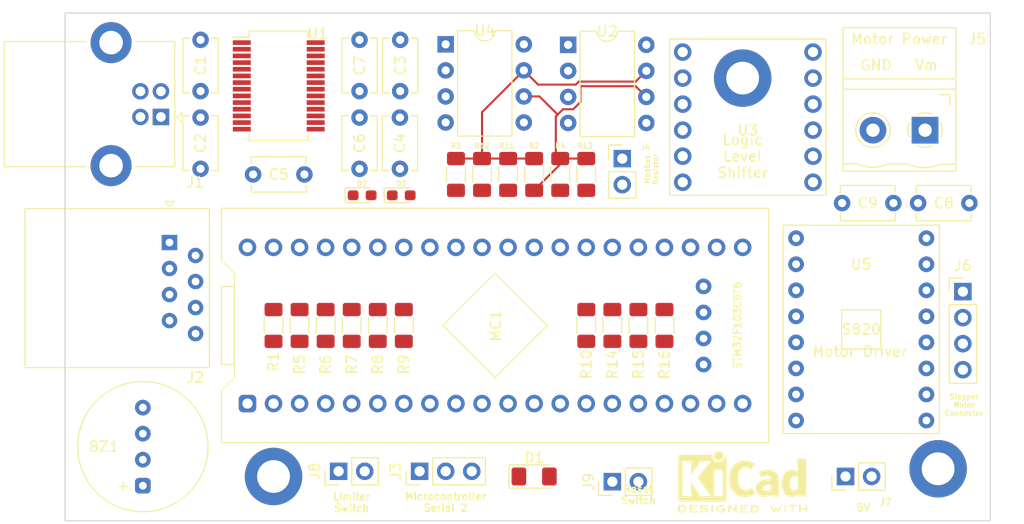
<source format=kicad_pcb>
(kicad_pcb (version 20211014) (generator pcbnew)
  (title_block (title "Regulus Electronic Focuser V1") (company "Radmilo Felix 2022"))
  (layers (0 "F.Cu" signal) (31 "B.Cu" signal) (34 "B.Paste" user) (35 "F.Paste" user) (36 "B.SilkS" user "B.Silkscreen") (37 "F.SilkS" user "F.Silkscreen") (38 "B.Mask" user) (39 "F.Mask" user) (44 "Edge.Cuts" user))
  (net 0 "")
  (net 1 "/Buzzer")
  (net 2 "GND")
  (net 3 "/5V")
  (net 4 "Net-(C3-Pad1)")
  (net 5 "Net-(C4-Pad1)")
  (net 6 "Net-(C5-Pad1)")
  (net 7 "Net-(D1-Pad1)")
  (net 8 "Net-(D2-Pad1)")
  (net 9 "Net-(D2-Pad2)")
  (net 10 "Net-(D3-Pad1)")
  (net 11 "Net-(D3-Pad2)")
  (net 12 "/MODBUS-")
  (net 13 "/MODBUS+")
  (net 14 "/SDA-2")
  (net 15 "/SCL-2")
  (net 16 "/3V3")
  (net 17 "/EncClk")
  (net 18 "/EncDt")
  (net 19 "/EncSw")
  (net 20 "/TX1")
  (net 21 "/RX1")
  (net 22 "Net-(J4-Pad2)")
  (net 23 "/LimiterSwitch")
  (net 24 "/Reset")
  (net 25 "/L485DE")
  (net 26 "/L485RO")
  (net 27 "/L485DI")
  (net 32 "/Direction")
  (net 33 "/Enable")
  (net 34 "/STDBY")
  (net 35 "/M1")
  (net 36 "/M2")
  (net 37 "/M3")
  (net 38 "/FLT")
  (net 47 "/Step")
  (net 52 "/485RO")
  (net 53 "/485DE")
  (net 54 "/485DI")
  (net 55 "Net-(U1-Pad1)")
  (net 58 "Net-(U1-Pad5)")
  (net 64 "Net-(U1-Pad13)")
  (net 70 "Net-(C8-Pad2)")
  (net 71 "Net-(J6-Pad1)")
  (net 72 "Net-(J6-Pad2)")
  (net 73 "Net-(J6-Pad3)")
  (net 74 "Net-(J6-Pad4)")
  (footprint "Resistor_SMD:R_1206_3216Metric_Pad1.30x1.75mm_HandSolder" (layer "F.Cu") (at 129.54 96.52 -90)
    (fp_text reference "R8" (at 3.81 0 90) (layer "F.SilkS"))
    (fp_text value "270")
    (pad "1" smd roundrect (at -1.55 0 270) (size 1.3 1.75) (layers "F.Cu" "F.Paste" "F.Mask") (roundrect_rratio 0.192308) (net 9 "Net-(D2-Pad2)"))
    (pad "2" smd roundrect (at 1.55 0 270) (size 1.3 1.75) (layers "F.Cu" "F.Paste" "F.Mask") (roundrect_rratio 0.192308) (net 3 "/5V"))
  )
  (footprint "Resistor_SMD:R_1206_3216Metric_Pad1.30x1.75mm_HandSolder" (layer "F.Cu") (at 127 96.52 90)
    (fp_text reference "R7" (at -3.81 0 90) (layer "F.SilkS"))
    (fp_text value "10k")
    (pad "1" smd roundrect (at -1.55 0 90) (size 1.3 1.75) (layers "F.Cu" "F.Paste" "F.Mask") (roundrect_rratio 0.192308) (net 3 "/5V"))
    (pad "2" smd roundrect (at 1.55 0 90) (size 1.3 1.75) (layers "F.Cu" "F.Paste" "F.Mask") (roundrect_rratio 0.192308) (net 53 "/485DE"))
  )
  (footprint "Capacitor_THT:C_Disc_D5.1mm_W3.2mm_P5.00mm" (layer "F.Cu") (at 131.699 76.24 -90)
    (fp_text reference "C4" (at 2.5 0 90) (layer "F.SilkS"))
    (fp_text value "47p")
    (pad "1" thru_hole circle (at 0 0 270) (size 1.6 1.6) (drill 0.8) (layers *.Cu *.Mask) (net 5 "Net-(C4-Pad1)"))
    (pad "2" thru_hole circle (at 5 0 270) (size 1.6 1.6) (drill 0.8) (layers *.Cu *.Mask) (net 2 "GND"))
  )
  (footprint "MyCustom:STM32F103C8T6" (layer "F.Cu") (at 116.84 104.14 90)
    (fp_text reference "MC1" (at 7.585403 24.186536 270) (layer "F.SilkS"))
    (fp_text value "STM32F103C8T6-board")
    (fp_text user "STM32F103C8T6" (at 7.62 47.752 270) (layer "F.SilkS") (effects (font (size 0.7 0.7))))
    (pad "1" thru_hole roundrect (at 0 0 270) (size 1.7 1.7) (drill 1) (layers *.Cu *.Mask) (net 23 "/LimiterSwitch"))
    (pad "2" thru_hole circle (at 0 2.54 270) (size 1.7 1.7) (drill 1) (layers *.Cu *.Mask) (net 25 "/L485DE"))
    (pad "3" thru_hole circle (at 0 5.08 270) (size 1.7 1.7) (drill 1) (layers *.Cu *.Mask) (net 26 "/L485RO"))
    (pad "4" thru_hole circle (at 0 7.62 270) (size 1.7 1.7) (drill 1) (layers *.Cu *.Mask) (net 27 "/L485DI"))
    (pad "5" thru_hole circle (at 0 10.16 270) (size 1.7 1.7) (drill 1) (layers *.Cu *.Mask))
    (pad "6" thru_hole circle (at 0 12.7 270) (size 1.7 1.7) (drill 1) (layers *.Cu *.Mask) (net 20 "/TX1"))
    (pad "7" thru_hole circle (at 0 15.24 270) (size 1.7 1.7) (drill 1) (layers *.Cu *.Mask) (net 21 "/RX1"))
    (pad "8" thru_hole circle (at 0 17.78 270) (size 1.7 1.7) (drill 1) (layers *.Cu *.Mask))
    (pad "9" thru_hole circle (at 0 20.32 270) (size 1.7 1.7) (drill 1) (layers *.Cu *.Mask))
    (pad "10" thru_hole circle (at 0 22.86 270) (size 1.7 1.7) (drill 1) (layers *.Cu *.Mask))
    (pad "11" thru_hole circle (at 0 25.4 270) (size 1.7 1.7) (drill 1) (layers *.Cu *.Mask) (net 32 "/Direction"))
    (pad "12" thru_hole circle (at 0 27.94 270) (size 1.7 1.7) (drill 1) (layers *.Cu *.Mask) (net 33 "/Enable"))
    (pad "13" thru_hole circle (at 0 30.48 270) (size 1.7 1.7) (drill 1) (layers *.Cu *.Mask) (net 34 "/STDBY"))
    (pad "14" thru_hole circle (at 0 33.02 270) (size 1.7 1.7) (drill 1) (layers *.Cu *.Mask) (net 35 "/M1"))
    (pad "15" thru_hole circle (at 0 35.56 270) (size 1.7 1.7) (drill 1) (layers *.Cu *.Mask) (net 36 "/M2"))
    (pad "16" thru_hole circle (at 0 38.1 270) (size 1.7 1.7) (drill 1) (layers *.Cu *.Mask) (net 37 "/M3"))
    (pad "17" thru_hole circle (at 0 40.64 270) (size 1.7 1.7) (drill 1) (layers *.Cu *.Mask) (net 38 "/FLT"))
    (pad "18" thru_hole circle (at 0 43.18 270) (size 1.7 1.7) (drill 1) (layers *.Cu *.Mask) (net 3 "/5V"))
    (pad "19" thru_hole circle (at 0 45.72 270) (size 1.7 1.7) (drill 1) (layers *.Cu *.Mask) (net 2 "GND"))
    (pad "20" thru_hole circle (at 0 48.26 270) (size 1.7 1.7) (drill 1) (layers *.Cu *.Mask) (net 16 "/3V3"))
    (pad "21" thru_hole circle (at 15.24 48.26 270) (size 1.7 1.7) (drill 1) (layers *.Cu *.Mask) (net 16 "/3V3"))
    (pad "22" thru_hole circle (at 15.24 45.72 270) (size 1.7 1.7) (drill 1) (layers *.Cu *.Mask))
    (pad "23" thru_hole circle (at 15.24 43.18 270) (size 1.7 1.7) (drill 1) (layers *.Cu *.Mask))
    (pad "24" thru_hole circle (at 15.24 40.64 270) (size 1.7 1.7) (drill 1) (layers *.Cu *.Mask))
    (pad "25" thru_hole circle (at 15.24 38.1 270) (size 1.7 1.7) (drill 1) (layers *.Cu *.Mask) (net 1 "/Buzzer"))
    (pad "26" thru_hole circle (at 15.24 35.56 270) (size 1.7 1.7) (drill 1) (layers *.Cu *.Mask) (net 17 "/EncClk"))
    (pad "27" thru_hole circle (at 15.24 33.02 270) (size 1.7 1.7) (drill 1) (layers *.Cu *.Mask) (net 18 "/EncDt"))
    (pad "28" thru_hole circle (at 15.24 30.48 270) (size 1.7 1.7) (drill 1) (layers *.Cu *.Mask) (net 19 "/EncSw"))
    (pad "29" thru_hole circle (at 15.24 27.94 270) (size 1.7 1.7) (drill 1) (layers *.Cu *.Mask))
    (pad "30" thru_hole circle (at 15.24 25.4 270) (size 1.7 1.7) (drill 1) (layers *.Cu *.Mask))
    (pad "31" thru_hole circle (at 15.24 22.86 270) (size 1.7 1.7) (drill 1) (layers *.Cu *.Mask))
    (pad "32" thru_hole circle (at 15.24 20.32 270) (size 1.7 1.7) (drill 1) (layers *.Cu *.Mask))
    (pad "33" thru_hole circle (at 15.24 17.78 270) (size 1.7 1.7) (drill 1) (layers *.Cu *.Mask))
    (pad "34" thru_hole circle (at 15.24 15.24 270) (size 1.7 1.7) (drill 1) (layers *.Cu *.Mask) (net 47 "/Step"))
    (pad "35" thru_hole circle (at 15.24 12.7 270) (size 1.7 1.7) (drill 1) (layers *.Cu *.Mask) (net 15 "/SCL-2"))
    (pad "36" thru_hole circle (at 15.24 10.16 270) (size 1.7 1.7) (drill 1) (layers *.Cu *.Mask) (net 14 "/SDA-2"))
    (pad "37" thru_hole circle (at 15.24 7.62 270) (size 1.7 1.7) (drill 1) (layers *.Cu *.Mask) (net 24 "/Reset"))
    (pad "38" thru_hole circle (at 15.24 5.08 270) (size 1.7 1.7) (drill 1) (layers *.Cu *.Mask) (net 16 "/3V3"))
    (pad "39" thru_hole circle (at 15.24 2.54 270) (size 1.7 1.7) (drill 1) (layers *.Cu *.Mask) (net 2 "GND"))
    (pad "40" thru_hole circle (at 15.24 0 270) (size 1.7 1.7) (drill 1) (layers *.Cu *.Mask) (net 2 "GND"))
    (pad "41" thru_hole circle (at 3.81 44.45 270) (size 1.524 1.524) (drill 0.762) (layers *.Cu *.Mask))
    (pad "42" thru_hole circle (at 6.35 44.45 270) (size 1.524 1.524) (drill 0.762) (layers *.Cu *.Mask))
    (pad "43" thru_hole circle (at 8.89 44.45 270) (size 1.524 1.524) (drill 0.762) (layers *.Cu *.Mask))
    (pad "44" thru_hole circle (at 11.43 44.45 270) (size 1.524 1.524) (drill 0.762) (layers *.Cu *.Mask))
  )
  (footprint "Capacitor_THT:C_Disc_D5.1mm_W3.2mm_P5.00mm" (layer "F.Cu") (at 112.268 76.24 -90)
    (fp_text reference "C2" (at 2.5 0 90) (layer "F.SilkS"))
    (fp_text value "4.7u")
    (pad "1" thru_hole circle (at 0 0 270) (size 1.6 1.6) (drill 0.8) (layers *.Cu *.Mask) (net 3 "/5V"))
    (pad "2" thru_hole circle (at 5 0 270) (size 1.6 1.6) (drill 0.8) (layers *.Cu *.Mask) (net 2 "GND"))
  )
  (footprint "Capacitor_THT:C_Disc_D5.1mm_W3.2mm_P5.00mm" (layer "F.Cu") (at 131.7244 73.66 90)
    (fp_text reference "C3" (at 2.5 0.021965 90) (layer "F.SilkS"))
    (fp_text value "47p")
    (pad "1" thru_hole circle (at 0 0 90) (size 1.6 1.6) (drill 0.8) (layers *.Cu *.Mask) (net 4 "Net-(C3-Pad1)"))
    (pad "2" thru_hole circle (at 5 0 90) (size 1.6 1.6) (drill 0.8) (layers *.Cu *.Mask) (net 2 "GND"))
  )
  (footprint "Resistor_SMD:R_1206_3216Metric_Pad1.30x1.75mm_HandSolder" (layer "F.Cu") (at 124.46 96.52 90)
    (fp_text reference "R6" (at -3.81 0 90) (layer "F.SilkS"))
    (fp_text value "10k")
    (pad "1" smd roundrect (at -1.55 0 90) (size 1.3 1.75) (layers "F.Cu" "F.Paste" "F.Mask") (roundrect_rratio 0.192308) (net 3 "/5V"))
    (pad "2" smd roundrect (at 1.55 0 90) (size 1.3 1.75) (layers "F.Cu" "F.Paste" "F.Mask") (roundrect_rratio 0.192308) (net 53 "/485DE"))
  )
  (footprint "MyCustom:LogicLevelShifter_Bidirectional_4Signals" (layer "F.Cu") (at 159.258 69.85)
    (fp_text reference "U3" (at 6.35 7.62) (layer "F.SilkS"))
    (fp_text value "LogicLevelShifter-Bidirectional-4Signals-board")
    (pad "1" thru_hole circle (at 0 0) (size 1.7 1.7) (drill 1) (layers *.Cu *.Mask) (net 26 "/L485RO"))
    (pad "2" thru_hole circle (at 0 2.54) (size 1.7 1.7) (drill 1) (layers *.Cu *.Mask) (net 27 "/L485DI"))
    (pad "3" thru_hole circle (at 0 5.08) (size 1.7 1.7) (drill 1) (layers *.Cu *.Mask) (net 16 "/3V3"))
    (pad "4" thru_hole circle (at 0 7.62) (size 1.7 1.7) (drill 1) (layers *.Cu *.Mask) (net 2 "GND"))
    (pad "5" thru_hole circle (at 0 10.16) (size 1.7 1.7) (drill 1) (layers *.Cu *.Mask) (net 25 "/L485DE"))
    (pad "6" thru_hole circle (at 0 12.7) (size 1.7 1.7) (drill 1) (layers *.Cu *.Mask))
    (pad "7" thru_hole circle (at 12.7 12.7) (size 1.7 1.7) (drill 1) (layers *.Cu *.Mask))
    (pad "8" thru_hole circle (at 12.7 10.16) (size 1.7 1.7) (drill 1) (layers *.Cu *.Mask) (net 53 "/485DE"))
    (pad "9" thru_hole circle (at 12.7 7.62) (size 1.7 1.7) (drill 1) (layers *.Cu *.Mask) (net 2 "GND"))
    (pad "10" thru_hole circle (at 12.7 5.08) (size 1.7 1.7) (drill 1) (layers *.Cu *.Mask) (net 3 "/5V"))
    (pad "11" thru_hole circle (at 12.7 2.54) (size 1.7 1.7) (drill 1) (layers *.Cu *.Mask) (net 54 "/485DI"))
    (pad "12" thru_hole circle (at 12.7 0) (size 1.7 1.7) (drill 1) (layers *.Cu *.Mask) (net 52 "/485RO"))
  )
  (footprint "Resistor_SMD:R_1206_3216Metric_Pad1.30x1.75mm_HandSolder" (layer "F.Cu") (at 152.4 96.52 90)
    (fp_text reference "R14" (at -3.81 0 90) (layer "F.SilkS"))
    (fp_text value "5k")
    (pad "1" smd roundrect (at -1.55 0 90) (size 1.3 1.75) (layers "F.Cu" "F.Paste" "F.Mask") (roundrect_rratio 0.192308) (net 16 "/3V3"))
    (pad "2" smd roundrect (at 1.55 0 90) (size 1.3 1.75) (layers "F.Cu" "F.Paste" "F.Mask") (roundrect_rratio 0.192308) (net 33 "/Enable"))
  )
  (footprint "Resistor_SMD:R_1206_3216Metric_Pad1.30x1.75mm_HandSolder" (layer "F.Cu") (at 121.92 96.52 90)
    (fp_text reference "R5" (at -3.81 0 90) (layer "F.SilkS"))
    (fp_text value "10k")
    (pad "1" smd roundrect (at -1.55 0 90) (size 1.3 1.75) (layers "F.Cu" "F.Paste" "F.Mask") (roundrect_rratio 0.192308) (net 3 "/5V"))
    (pad "2" smd roundrect (at 1.55 0 90) (size 1.3 1.75) (layers "F.Cu" "F.Paste" "F.Mask") (roundrect_rratio 0.192308) (net 52 "/485RO"))
  )
  (footprint "LED_SMD:LED_0603_1608Metric_Pad1.05x0.95mm_HandSolder" (layer "F.Cu") (at 131.826 83.82)
    (fp_text reference "D3" (at 0 -1.143) (layer "F.SilkS") (effects (font (size 0.5 0.5) (thickness 0.1))))
    (fp_text value "LED")
    (pad "1" smd roundrect (at -0.875 0) (size 1.05 0.95) (layers "F.Cu" "F.Paste" "F.Mask") (net 10 "Net-(D3-Pad1)"))
    (pad "2" smd roundrect (at 0.875 0) (size 1.05 0.95) (layers "F.Cu" "F.Paste" "F.Mask") (net 11 "Net-(D3-Pad2)"))
  )
  (footprint "LED_SMD:LED_1206_3216Metric_Pad1.42x1.75mm_HandSolder" (layer "F.Cu") (at 144.78 111.252)
    (fp_text reference "D1" (at 0 -1.82) (layer "F.SilkS"))
    (fp_text value "LED")
    (pad "1" smd roundrect (at -1.4875 0) (size 1.425 1.75) (layers "F.Cu" "F.Paste" "F.Mask") (roundrect_rratio 0.175439) (net 7 "Net-(D1-Pad1)"))
    (pad "2" smd roundrect (at 1.4875 0) (size 1.425 1.75) (layers "F.Cu" "F.Paste" "F.Mask") (roundrect_rratio 0.175439) (net 3 "/5V"))
  )
  (footprint "Capacitor_THT:C_Disc_D5.1mm_W3.2mm_P5.00mm" (layer "F.Cu") (at 174.792 84.582)
    (fp_text reference "C9" (at 2.5 0) (layer "F.SilkS"))
    (fp_text value "100n")
    (pad "1" thru_hole circle (at 0 0) (size 1.6 1.6) (drill 0.8) (layers *.Cu *.Mask) (net 2 "GND"))
    (pad "2" thru_hole circle (at 5 0) (size 1.6 1.6) (drill 0.8) (layers *.Cu *.Mask) (net 70 "Net-(C8-Pad2)"))
  )
  (footprint "Connector_USB:USB_B_Lumberg_2411_02_Horizontal" (layer "F.Cu") (at 108.4075 76.18 180)
    (fp_text reference "J1" (at -3.3525 -6.37) (layer "F.SilkS"))
    (fp_text value "USB_A")
    (pad "1" thru_hole rect (at 0 0 270) (size 1.6 1.6) (drill 0.95) (layers *.Cu *.Mask) (net 3 "/5V"))
    (pad "2" thru_hole circle (at 0 2.5 270) (size 1.6 1.6) (drill 0.95) (layers *.Cu *.Mask) (net 5 "Net-(C4-Pad1)"))
    (pad "3" thru_hole circle (at 2 2.5 270) (size 1.6 1.6) (drill 0.95) (layers *.Cu *.Mask) (net 4 "Net-(C3-Pad1)"))
    (pad "4" thru_hole circle (at 2 0 270) (size 1.6 1.6) (drill 0.95) (layers *.Cu *.Mask) (net 2 "GND"))
    (pad "5" thru_hole circle (at 4.86 -4.75 270) (size 4 4) (drill 2.3) (layers *.Cu *.Mask) (net 2 "GND"))
    (pad "5" thru_hole circle (at 4.86 7.25 270) (size 4 4) (drill 2.3) (layers *.Cu *.Mask) (net 2 "GND"))
  )
  (footprint "MountingHole:MountingHole_3.2mm_M3_DIN965_Pad" (layer "F.Cu") (at 119.38 111.252)
    (fp_text reference "MH2")
    (fp_text value "MountingHole_3.2mm_M3_DIN965_Pad")
    (pad "1" thru_hole circle (at 0 0) (size 5.6 5.6) (drill 3.2) (layers *.Cu *.Mask))
  )
  (footprint "Connector_PinHeader_2.54mm:PinHeader_1x02_P2.54mm_Vertical" (layer "F.Cu") (at 153.3691 80.2472)
    (fp_text reference "J4" (at 2.252779 -1.088135) (layer "F.SilkS") (effects (font (size 0.5 0.5) (thickness 0.1))))
    (fp_text value "R-Connect")
    (pad "1" thru_hole rect (at 0 0) (size 1.7 1.7) (drill 1) (layers *.Cu *.Mask) (net 13 "/MODBUS+"))
    (pad "2" thru_hole oval (at 0 2.54) (size 1.7 1.7) (drill 1) (layers *.Cu *.Mask) (net 22 "Net-(J4-Pad2)"))
  )
  (footprint "Connector_PinHeader_2.54mm:PinHeader_1x02_P2.54mm_Vertical" (layer "F.Cu") (at 125.725 110.744 90)
    (fp_text reference "J8" (at 0 -2.33 90) (layer "F.SilkS"))
    (fp_text value "LimiterSW")
    (pad "1" thru_hole rect (at 0 0 90) (size 1.7 1.7) (drill 1) (layers *.Cu *.Mask) (net 23 "/LimiterSwitch"))
    (pad "2" thru_hole oval (at 0 2.54 90) (size 1.7 1.7) (drill 1) (layers *.Cu *.Mask) (net 2 "GND"))
  )
  (footprint "Resistor_SMD:R_1206_3216Metric_Pad1.30x1.75mm_HandSolder" (layer "F.Cu") (at 142.2437 81.788 90)
    (fp_text reference "R11" (at 2.794 -0.127 180) (layer "F.SilkS") (effects (font (size 0.5 0.5) (thickness 0.1))))
    (fp_text value "120")
    (pad "1" smd roundrect (at -1.55 0 90) (size 1.3 1.75) (layers "F.Cu" "F.Paste" "F.Mask") (roundrect_rratio 0.192308) (net 22 "Net-(J4-Pad2)"))
    (pad "2" smd roundrect (at 1.55 0 90) (size 1.3 1.75) (layers "F.Cu" "F.Paste" "F.Mask") (roundrect_rratio 0.192308) (net 12 "/MODBUS-"))
  )
  (footprint "Package_DIP:DIP-8_W7.62mm" (layer "F.Cu") (at 136.154 69.098)
    (fp_text reference "U4" (at 3.81 -1.33) (layer "F.SilkS"))
    (fp_text value "MAX485E")
    (pad "1" thru_hole rect (at 0 0) (size 1.6 1.6) (drill 0.8) (layers *.Cu *.Mask) (net 58 "Net-(U1-Pad5)"))
    (pad "2" thru_hole oval (at 0 2.54) (size 1.6 1.6) (drill 0.8) (layers *.Cu *.Mask) (net 64 "Net-(U1-Pad13)"))
    (pad "3" thru_hole oval (at 0 5.08) (size 1.6 1.6) (drill 0.8) (layers *.Cu *.Mask) (net 64 "Net-(U1-Pad13)"))
    (pad "4" thru_hole oval (at 0 7.62) (size 1.6 1.6) (drill 0.8) (layers *.Cu *.Mask) (net 55 "Net-(U1-Pad1)"))
    (pad "5" thru_hole oval (at 7.62 7.62) (size 1.6 1.6) (drill 0.8) (layers *.Cu *.Mask) (net 2 "GND"))
    (pad "6" thru_hole oval (at 7.62 5.08) (size 1.6 1.6) (drill 0.8) (layers *.Cu *.Mask) (net 13 "/MODBUS+"))
    (pad "7" thru_hole oval (at 7.62 2.54) (size 1.6 1.6) (drill 0.8) (layers *.Cu *.Mask) (net 12 "/MODBUS-"))
    (pad "8" thru_hole oval (at 7.62 0) (size 1.6 1.6) (drill 0.8) (layers *.Cu *.Mask) (net 3 "/5V"))
  )
  (footprint "Resistor_SMD:R_1206_3216Metric_Pad1.30x1.75mm_HandSolder" (layer "F.Cu") (at 149.86 81.788 -90)
    (fp_text reference "R13" (at -2.794 0.127 180) (layer "F.SilkS") (effects (font (size 0.5 0.5) (thickness 0.1))))
    (fp_text value "270")
    (pad "1" smd roundrect (at -1.55 0 270) (size 1.3 1.75) (layers "F.Cu" "F.Paste" "F.Mask") (roundrect_rratio 0.192308) (net 13 "/MODBUS+"))
    (pad "2" smd roundrect (at 1.55 0 270) (size 1.3 1.75) (layers "F.Cu" "F.Paste" "F.Mask") (roundrect_rratio 0.192308) (net 3 "/5V"))
  )
  (footprint "Connector_PinHeader_2.54mm:PinHeader_1x02_P2.54mm_Vertical" (layer "F.Cu") (at 175.128 111.252 90)
    (fp_text reference "J7" (at -2.54 3.891509 180) (layer "F.SilkS") (effects (font (size 0.7 0.7))))
    (fp_text value "5V-Ext")
    (pad "1" thru_hole rect (at 0 0 90) (size 1.7 1.7) (drill 1) (layers *.Cu *.Mask) (net 3 "/5V"))
    (pad "2" thru_hole oval (at 0 2.54 90) (size 1.7 1.7) (drill 1) (layers *.Cu *.Mask) (net 2 "GND"))
  )
  (footprint "MountingHole:MountingHole_3.2mm_M3_DIN965_Pad" (layer "F.Cu") (at 165.1 72.39)
    (fp_text reference "MH1")
    (fp_text value "MountingHole_3.2mm_M3_DIN965_Pad")
    (pad "1" thru_hole circle (at 0 0) (size 5.6 5.6) (drill 3.2) (layers *.Cu *.Mask))
  )
  (footprint "Resistor_SMD:R_1206_3216Metric_Pad1.30x1.75mm_HandSolder" (layer "F.Cu") (at 137.16 81.788 -90)
    (fp_text reference "R3" (at -2.794 0) (layer "F.SilkS") (effects (font (size 0.5 0.5) (thickness 0.1))))
    (fp_text value "20k")
    (pad "1" smd roundrect (at -1.55 0 270) (size 1.3 1.75) (layers "F.Cu" "F.Paste" "F.Mask") (roundrect_rratio 0.192308) (net 12 "/MODBUS-"))
    (pad "2" smd roundrect (at 1.55 0 270) (size 1.3 1.75) (layers "F.Cu" "F.Paste" "F.Mask") (roundrect_rratio 0.192308) (net 2 "GND"))
  )
  (footprint "Package_SO:SSOP-28_5.3x10.2mm_P0.65mm" (layer "F.Cu") (at 119.888 73.152)
    (fp_text reference "U1" (at 3.81 -5.08) (layer "F.SilkS"))
    (fp_text value "FT232RL")
    (pad "1" smd rect (at -3.6 -4.225) (size 1.75 0.45) (layers "F.Cu" "F.Paste" "F.Mask") (net 55 "Net-(U1-Pad1)"))
    (pad "2" smd rect (at -3.6 -3.575) (size 1.75 0.45) (layers "F.Cu" "F.Paste" "F.Mask"))
    (pad "3" smd rect (at -3.6 -2.925) (size 1.75 0.45) (layers "F.Cu" "F.Paste" "F.Mask"))
    (pad "4" smd rect (at -3.6 -2.275) (size 1.75 0.45) (layers "F.Cu" "F.Paste" "F.Mask") (net 3 "/5V"))
    (pad "5" smd rect (at -3.6 -1.625) (size 1.75 0.45) (layers "F.Cu" "F.Paste" "F.Mask") (net 58 "Net-(U1-Pad5)"))
    (pad "6" smd rect (at -3.6 -0.975) (size 1.75 0.45) (layers "F.Cu" "F.Paste" "F.Mask"))
    (pad "7" smd rect (at -3.6 -0.325) (size 1.75 0.45) (layers "F.Cu" "F.Paste" "F.Mask") (net 2 "GND"))
    (pad "8" smd rect (at -3.6 0.325) (size 1.75 0.45) (layers "F.Cu" "F.Paste" "F.Mask"))
    (pad "9" smd rect (at -3.6 0.975) (size 1.75 0.45) (layers "F.Cu" "F.Paste" "F.Mask"))
    (pad "10" smd rect (at -3.6 1.625) (size 1.75 0.45) (layers "F.Cu" "F.Paste" "F.Mask"))
    (pad "11" smd rect (at -3.6 2.275) (size 1.75 0.45) (layers "F.Cu" "F.Paste" "F.Mask"))
    (pad "12" smd rect (at -3.6 2.925) (size 1.75 0.45) (layers "F.Cu" "F.Paste" "F.Mask"))
    (pad "13" smd rect (at -3.6 3.575) (size 1.75 0.45) (layers "F.Cu" "F.Paste" "F.Mask") (net 64 "Net-(U1-Pad13)"))
    (pad "14" smd rect (at -3.6 4.225) (size 1.75 0.45) (layers "F.Cu" "F.Paste" "F.Mask"))
    (pad "15" smd rect (at 3.6 4.225) (size 1.75 0.45) (layers "F.Cu" "F.Paste" "F.Mask") (net 4 "Net-(C3-Pad1)"))
    (pad "16" smd rect (at 3.6 3.575) (size 1.75 0.45) (layers "F.Cu" "F.Paste" "F.Mask") (net 5 "Net-(C4-Pad1)"))
    (pad "17" smd rect (at 3.6 2.925) (size 1.75 0.45) (layers "F.Cu" "F.Paste" "F.Mask") (net 6 "Net-(C5-Pad1)"))
    (pad "18" smd rect (at 3.6 2.275) (size 1.75 0.45) (layers "F.Cu" "F.Paste" "F.Mask") (net 2 "GND"))
    (pad "19" smd rect (at 3.6 1.625) (size 1.75 0.45) (layers "F.Cu" "F.Paste" "F.Mask") (net 3 "/5V"))
    (pad "20" smd rect (at 3.6 0.975) (size 1.75 0.45) (layers "F.Cu" "F.Paste" "F.Mask") (net 3 "/5V"))
    (pad "21" smd rect (at 3.6 0.325) (size 1.75 0.45) (layers "F.Cu" "F.Paste" "F.Mask") (net 2 "GND"))
    (pad "22" smd rect (at 3.6 -0.325) (size 1.75 0.45) (layers "F.Cu" "F.Paste" "F.Mask") (net 8 "Net-(D2-Pad1)"))
    (pad "23" smd rect (at 3.6 -0.975) (size 1.75 0.45) (layers "F.Cu" "F.Paste" "F.Mask") (net 10 "Net-(D3-Pad1)"))
    (pad "24" smd rect (at 3.6 -1.625) (size 1.75 0.45) (layers "F.Cu" "F.Paste" "F.Mask"))
    (pad "25" smd rect (at 3.6 -2.275) (size 1.75 0.45) (layers "F.Cu" "F.Paste" "F.Mask") (net 2 "GND"))
    (pad "26" smd rect (at 3.6 -2.925) (size 1.75 0.45) (layers "F.Cu" "F.Paste" "F.Mask") (net 2 "GND"))
    (pad "27" smd rect (at 3.6 -3.575) (size 1.75 0.45) (layers "F.Cu" "F.Paste" "F.Mask"))
    (pad "28" smd rect (at 3.6 -4.225) (size 1.75 0.45) (layers "F.Cu" "F.Paste" "F.Mask"))
  )
  (footprint "Connector_RJ:RJ45_Amphenol_54602-x08_Horizontal" (layer "F.Cu") (at 109.24 88.4275 -90)
    (fp_text reference "J2" (at 13.1725 -2.52 180) (layer "F.SilkS"))
    (fp_text value "Display&Encoder")
    (pad "" np_thru_hole circle (at 10.16 6.35 270) (size 3.2 3.2) (drill 3.2) (layers *.Cu *.Mask))
    (pad "" np_thru_hole circle (at -1.27 6.35 270) (size 3.2 3.2) (drill 3.2) (layers *.Cu *.Mask))
    (pad "1" thru_hole rect (at 0 0 270) (size 1.5 1.5) (drill 0.76) (layers *.Cu *.Mask) (net 14 "/SDA-2"))
    (pad "2" thru_hole circle (at 1.27 -2.54 270) (size 1.5 1.5) (drill 0.76) (layers *.Cu *.Mask) (net 15 "/SCL-2"))
    (pad "3" thru_hole circle (at 2.54 0 270) (size 1.5 1.5) (drill 0.76) (layers *.Cu *.Mask) (net 16 "/3V3"))
    (pad "4" thru_hole circle (at 3.81 -2.54 270) (size 1.5 1.5) (drill 0.76) (layers *.Cu *.Mask) (net 2 "GND"))
    (pad "5" thru_hole circle (at 5.08 0 270) (size 1.5 1.5) (drill 0.76) (layers *.Cu *.Mask) (net 17 "/EncClk"))
    (pad "6" thru_hole circle (at 6.35 -2.54 270) (size 1.5 1.5) (drill 0.76) (layers *.Cu *.Mask) (net 18 "/EncDt"))
    (pad "7" thru_hole circle (at 7.62 0 270) (size 1.5 1.5) (drill 0.76) (layers *.Cu *.Mask) (net 19 "/EncSw"))
    (pad "8" thru_hole circle (at 8.89 -2.54 270) (size 1.5 1.5) (drill 0.76) (layers *.Cu *.Mask) (net 2 "GND"))
  )
  (footprint "MyCustom:StepperMotorDriverSTSPIN820" (layer "F.Cu") (at 170.307 88.011)
    (fp_text reference "U5" (at 6.35 2.54) (layer "F.SilkS"))
    (fp_text value "StepperMotorDriverSTSPIN820-board")
    (fp_text user "S820" (at 6.35 8.89) (layer "F.SilkS"))
    (pad "1" thru_hole circle (at 0 0) (size 1.524 1.524) (drill 0.762) (layers *.Cu *.Mask) (net 33 "/Enable"))
    (pad "2" thru_hole circle (at 0 2.54) (size 1.524 1.524) (drill 0.762) (layers *.Cu *.Mask) (net 35 "/M1"))
    (pad "3" thru_hole circle (at 0 5.08) (size 1.524 1.524) (drill 0.762) (layers *.Cu *.Mask) (net 36 "/M2"))
    (pad "4" thru_hole circle (at 0 7.62) (size 1.524 1.524) (drill 0.762) (layers *.Cu *.Mask) (net 37 "/M3"))
    (pad "5" thru_hole circle (at 0 10.16) (size 1.524 1.524) (drill 0.762) (layers *.Cu *.Mask) (net 38 "/FLT"))
    (pad "6" thru_hole circle (at 0 12.7) (size 1.524 1.524) (drill 0.762) (layers *.Cu *.Mask) (net 34 "/STDBY"))
    (pad "7" thru_hole circle (at 0 15.24) (size 1.524 1.524) (drill 0.762) (layers *.Cu *.Mask) (net 47 "/Step"))
    (pad "8" thru_hole circle (at 0 17.78) (size 1.524 1.524) (drill 0.762) (layers *.Cu *.Mask) (net 32 "/Direction"))
    (pad "9" thru_hole circle (at 12.7 17.78) (size 1.524 1.524) (drill 0.762) (layers *.Cu *.Mask) (net 2 "GND"))
    (pad "10" thru_hole circle (at 12.7 15.24) (size 1.524 1.524) (drill 0.762) (layers *.Cu *.Mask) (net 16 "/3V3"))
    (pad "11" thru_hole circle (at 12.7 12.7) (size 1.524 1.524) (drill 0.762) (layers *.Cu *.Mask) (net 74 "Net-(J6-Pad4)"))
    (pad "12" thru_hole circle (at 12.7 10.16) (size 1.524 1.524) (drill 0.762) (layers *.Cu *.Mask) (net 73 "Net-(J6-Pad3)"))
    (pad "13" thru_hole circle (at 12.7 7.62) (size 1.524 1.524) (drill 0.762) (layers *.Cu *.Mask) (net 72 "Net-(J6-Pad2)"))
    (pad "14" thru_hole circle (at 12.7 5.08) (size 1.524 1.524) (drill 0.762) (layers *.Cu *.Mask) (net 71 "Net-(J6-Pad1)"))
    (pad "15" thru_hole circle (at 12.7 2.54) (size 1.524 1.524) (drill 0.762) (layers *.Cu *.Mask) (net 2 "GND"))
    (pad "16" thru_hole circle (at 12.7 0) (size 1.524 1.524) (drill 0.762) (layers *.Cu *.Mask) (net 70 "Net-(C8-Pad2)"))
  )
  (footprint "MyCustom:TerminalBlock_PTR_AKZ950-2_P5.08mm_Vertical" (layer "F.Cu") (at 182.8801 77.47 180)
    (fp_text reference "J5" (at -5.08 8.89) (layer "F.SilkS"))
    (fp_text value "MotorPower")
    (pad "1" thru_hole rect locked (at 0 0 180) (size 2.6 2.6) (drill 1.3) (layers *.Cu *.Mask) (net 70 "Net-(C8-Pad2)"))
    (pad "2" thru_hole circle locked (at 5.08 0 180) (size 2.6 2.6) (drill 1.3) (layers *.Cu *.Mask) (net 2 "GND"))
  )
  (footprint "Resistor_SMD:R_1206_3216Metric_Pad1.30x1.75mm_HandSolder" (layer "F.Cu") (at 157.48 96.52 90)
    (fp_text reference "R16" (at -3.81 0 90) (layer "F.SilkS"))
    (fp_text value "5k")
    (pad "1" smd roundrect (at -1.55 0 90) (size 1.3 1.75) (layers "F.Cu" "F.Paste" "F.Mask") (roundrect_rratio 0.192308) (net 16 "/3V3"))
    (pad "2" smd roundrect (at 1.55 0 90) (size 1.3 1.75) (layers "F.Cu" "F.Paste" "F.Mask") (roundrect_rratio 0.192308) (net 24 "/Reset"))
  )
  (footprint "Resistor_SMD:R_1206_3216Metric_Pad1.30x1.75mm_HandSolder" (layer "F.Cu") (at 147.32 81.788 90)
    (fp_text reference "R4" (at 2.794 0 180) (layer "F.SilkS") (effects (font (size 0.5 0.5) (thickness 0.1))))
    (fp_text value "20k")
    (pad "1" smd roundrect (at -1.55 0 90) (size 1.3 1.75) (layers "F.Cu" "F.Paste" "F.Mask") (roundrect_rratio 0.192308) (net 3 "/5V"))
    (pad "2" smd roundrect (at 1.55 0 90) (size 1.3 1.75) (layers "F.Cu" "F.Paste" "F.Mask") (roundrect_rratio 0.192308) (net 13 "/MODBUS+"))
  )
  (footprint "Symbol:KiCad-Logo2_5mm_SilkScreen" (layer "F.Cu") (at 165.1 111.76)
    (fp_text reference "REF**" hide)
    (fp_text value "KiCad-Logo2_5mm_SilkScreen" hide)
  )
  (footprint "Resistor_SMD:R_1206_3216Metric_Pad1.30x1.75mm_HandSolder" (layer "F.Cu") (at 154.94 96.52 90)
    (fp_text reference "R15" (at -3.81 0 90) (layer "F.SilkS"))
    (fp_text value "5k")
    (pad "1" smd roundrect (at -1.55 0 90) (size 1.3 1.75) (layers "F.Cu" "F.Paste" "F.Mask") (roundrect_rratio 0.192308) (net 16 "/3V3"))
    (pad "2" smd roundrect (at 1.55 0 90) (size 1.3 1.75) (layers "F.Cu" "F.Paste" "F.Mask") (roundrect_rratio 0.192308) (net 23 "/LimiterSwitch"))
  )
  (footprint "Resistor_SMD:R_1206_3216Metric_Pad1.30x1.75mm_HandSolder" (layer "F.Cu") (at 132.08 96.52 90)
    (fp_text reference "R9" (at -3.81 0 90) (layer "F.SilkS"))
    (fp_text value "10k")
    (pad "1" smd roundrect (at -1.55 0 90) (size 1.3 1.75) (layers "F.Cu" "F.Paste" "F.Mask") (roundrect_rratio 0.192308) (net 3 "/5V"))
    (pad "2" smd roundrect (at 1.55 0 90) (size 1.3 1.75) (layers "F.Cu" "F.Paste" "F.Mask") (roundrect_rratio 0.192308) (net 54 "/485DI"))
  )
  (footprint "Capacitor_THT:C_Disc_D5.1mm_W3.2mm_P5.00mm" (layer "F.Cu") (at 117.388 81.788)
    (fp_text reference "C5" (at 2.5 0) (layer "F.SilkS"))
    (fp_text value "100n")
    (pad "1" thru_hole circle (at 0 0) (size 1.6 1.6) (drill 0.8) (layers *.Cu *.Mask) (net 6 "Net-(C5-Pad1)"))
    (pad "2" thru_hole circle (at 5 0) (size 1.6 1.6) (drill 0.8) (layers *.Cu *.Mask) (net 2 "GND"))
  )
  (footprint "Capacitor_THT:C_Disc_D5.1mm_W3.2mm_P5.00mm" (layer "F.Cu") (at 112.268 73.66 90)
    (fp_text reference "C1" (at 2.5 0 90) (layer "F.SilkS"))
    (fp_text value "100n")
    (pad "1" thru_hole circle (at 0 0 90) (size 1.6 1.6) (drill 0.8) (layers *.Cu *.Mask) (net 3 "/5V"))
    (pad "2" thru_hole circle (at 5 0 90) (size 1.6 1.6) (drill 0.8) (layers *.Cu *.Mask) (net 2 "GND"))
  )
  (footprint "Capacitor_THT:C_Disc_D5.1mm_W3.2mm_P5.00mm" (layer "F.Cu") (at 127.762 73.66 90)
    (fp_text reference "C7" (at 2.5 0 90) (layer "F.SilkS"))
    (fp_text value "10u")
    (pad "1" thru_hole circle (at 0 0 90) (size 1.6 1.6) (drill 0.8) (layers *.Cu *.Mask) (net 3 "/5V"))
    (pad "2" thru_hole circle (at 5 0 90) (size 1.6 1.6) (drill 0.8) (layers *.Cu *.Mask) (net 2 "GND"))
  )
  (footprint "MountingHole:MountingHole_3.2mm_M3_DIN965_Pad" (layer "F.Cu") (at 184.15 110.5)
    (fp_text reference "MH3")
    (fp_text value "MountingHole_3.2mm_M3_DIN965_Pad")
    (pad "1" thru_hole circle (at 0 0) (size 5.6 5.6) (drill 3.2) (layers *.Cu *.Mask))
  )
  (footprint "Resistor_SMD:R_1206_3216Metric_Pad1.30x1.75mm_HandSolder" (layer "F.Cu") (at 139.7 81.788 -90)
    (fp_text reference "R12" (at -2.794 0 180) (layer "F.SilkS") (effects (font (size 0.5 0.5) (thickness 0.1))))
    (fp_text value "270")
    (pad "1" smd roundrect (at -1.55 0 270) (size 1.3 1.75) (layers "F.Cu" "F.Paste" "F.Mask") (roundrect_rratio 0.192308) (net 12 "/MODBUS-"))
    (pad "2" smd roundrect (at 1.55 0 270) (size 1.3 1.75) (layers "F.Cu" "F.Paste" "F.Mask") (roundrect_rratio 0.192308) (net 2 "GND"))
  )
  (footprint "Package_DIP:DIP-8_W7.62mm" (layer "F.Cu") (at 148.092 69.146)
    (fp_text reference "U2" (at 3.81 -1.33) (layer "F.SilkS"))
    (fp_text value "MAX485E")
    (pad "1" thru_hole rect (at 0 0) (size 1.6 1.6) (drill 0.8) (layers *.Cu *.Mask) (net 52 "/485RO"))
    (pad "2" thru_hole oval (at 0 2.54) (size 1.6 1.6) (drill 0.8) (layers *.Cu *.Mask) (net 53 "/485DE"))
    (pad "3" thru_hole oval (at 0 5.08) (size 1.6 1.6) (drill 0.8) (layers *.Cu *.Mask) (net 53 "/485DE"))
    (pad "4" thru_hole oval (at 0 7.62) (size 1.6 1.6) (drill 0.8) (layers *.Cu *.Mask) (net 54 "/485DI"))
    (pad "5" thru_hole oval (at 7.62 7.62) (size 1.6 1.6) (drill 0.8) (layers *.Cu *.Mask) (net 2 "GND"))
    (pad "6" thru_hole oval (at 7.62 5.08) (size 1.6 1.6) (drill 0.8) (layers *.Cu *.Mask) (net 13 "/MODBUS+"))
    (pad "7" thru_hole oval (at 7.62 2.54) (size 1.6 1.6) (drill 0.8) (layers *.Cu *.Mask) (net 12 "/MODBUS-"))
    (pad "8" thru_hole oval (at 7.62 0) (size 1.6 1.6) (drill 0.8) (layers *.Cu *.Mask) (net 3 "/5V"))
  )
  (footprint "Resistor_SMD:R_1206_3216Metric_Pad1.30x1.75mm_HandSolder" (layer "F.Cu") (at 144.78 81.788 -90)
    (fp_text reference "R2" (at -2.794 0 180) (layer "F.SilkS") (effects (font (size 0.5 0.5) (thickness 0.1))))
    (fp_text value "120")
    (pad "1" smd roundrect (at -1.55 0 270) (size 1.3 1.75) (layers "F.Cu" "F.Paste" "F.Mask") (roundrect_rratio 0.192308) (net 12 "/MODBUS-"))
    (pad "2" smd roundrect (at 1.55 0 270) (size 1.3 1.75) (layers "F.Cu" "F.Paste" "F.Mask") (roundrect_rratio 0.192308) (net 13 "/MODBUS+"))
  )
  (footprint "Resistor_SMD:R_1206_3216Metric_Pad1.30x1.75mm_HandSolder" (layer "F.Cu") (at 149.86 96.52 90)
    (fp_text reference "R10" (at -3.81 0 90) (layer "F.SilkS"))
    (fp_text value "270")
    (pad "1" smd roundrect (at -1.55 0 90) (size 1.3 1.75) (layers "F.Cu" "F.Paste" "F.Mask") (roundrect_rratio 0.192308) (net 11 "Net-(D3-Pad2)"))
    (pad "2" smd roundrect (at 1.55 0 90) (size 1.3 1.75) (layers "F.Cu" "F.Paste" "F.Mask") (roundrect_rratio 0.192308) (net 3 "/5V"))
  )
  (footprint "Capacitor_THT:C_Disc_D5.1mm_W3.2mm_P5.00mm" (layer "F.Cu") (at 127.762 76.24 -90)
    (fp_text reference "C6" (at 2.5 0 90) (layer "F.SilkS"))
    (fp_text value "100n")
    (pad "1" thru_hole circle (at 0 0 270) (size 1.6 1.6) (drill 0.8) (layers *.Cu *.Mask) (net 3 "/5V"))
    (pad "2" thru_hole circle (at 5 0 270) (size 1.6 1.6) (drill 0.8) (layers *.Cu *.Mask) (net 2 "GND"))
  )
  (footprint "Resistor_SMD:R_1206_3216Metric_Pad1.30x1.75mm_HandSolder" (layer "F.Cu") (at 119.38 96.52 90)
    (fp_text reference "R1" (at -3.556 0 90) (layer "F.SilkS"))
    (fp_text value "1k")
    (pad "1" smd roundrect (at -1.55 0 90) (size 1.3 1.75) (layers "F.Cu" "F.Paste" "F.Mask") (roundrect_rratio 0.192308) (net 7 "Net-(D1-Pad1)"))
    (pad "2" smd roundrect (at 1.55 0 90) (size 1.3 1.75) (layers "F.Cu" "F.Paste" "F.Mask") (roundrect_rratio 0.192308) (net 2 "GND"))
  )
  (footprint "Capacitor_THT:C_Disc_D5.1mm_W3.2mm_P5.00mm" (layer "F.Cu") (at 187.198 84.582 180)
    (fp_text reference "C8" (at 2.5 0) (layer "F.SilkS"))
    (fp_text value "10u")
    (pad "1" thru_hole circle (at 0 0 180) (size 1.6 1.6) (drill 0.8) (layers *.Cu *.Mask) (net 2 "GND"))
    (pad "2" thru_hole circle (at 5 0 180) (size 1.6 1.6) (drill 0.8) (layers *.Cu *.Mask) (net 70 "Net-(C8-Pad2)"))
  )
  (footprint "Connector_PinHeader_2.54mm:PinHeader_1x02_P2.54mm_Vertical" (layer "F.Cu") (at 152.4 111.76 90)
    (fp_text reference "J9" (at 0 -2.33 90) (layer "F.SilkS"))
    (fp_text value "ResetSW")
    (pad "1" thru_hole rect (at 0 0 90) (size 1.7 1.7) (drill 1) (layers *.Cu *.Mask) (net 24 "/Reset"))
    (pad "2" thru_hole oval (at 0 2.54 90) (size 1.7 1.7) (drill 1) (layers *.Cu *.Mask) (net 2 "GND"))
  )
  (footprint "LED_SMD:LED_0603_1608Metric_Pad1.05x0.95mm_HandSolder" (layer "F.Cu") (at 128.016 83.82)
    (fp_text reference "D2" (at 0 -1.143) (layer "F.SilkS") (effects (font (size 0.5 0.5) (thickness 0.1))))
    (fp_text value "LED")
    (pad "1" smd roundrect (at -0.875 0) (size 1.05 0.95) (layers "F.Cu" "F.Paste" "F.Mask") (net 8 "Net-(D2-Pad1)"))
    (pad "2" smd roundrect (at 0.875 0) (size 1.05 0.95) (layers "F.Cu" "F.Paste" "F.Mask") (net 9 "Net-(D2-Pad2)"))
  )
  (footprint "Connector_PinHeader_2.54mm:PinHeader_1x03_P2.54mm_Vertical" (layer "F.Cu") (at 133.619 110.744 90)
    (fp_text reference "J3" (at 0 -2.33 90) (layer "F.SilkS"))
    (fp_text value "Serial1")
    (pad "1" thru_hole rect (at 0 0 90) (size 1.7 1.7) (drill 1) (layers *.Cu *.Mask) (net 20 "/TX1"))
    (pad "2" thru_hole oval (at 0 2.54 90) (size 1.7 1.7) (drill 1) (layers *.Cu *.Mask) (net 21 "/RX1"))
    (pad "3" thru_hole oval (at 0 5.08 90) (size 1.7 1.7) (drill 1) (layers *.Cu *.Mask) (net 2 "GND"))
  )
  (footprint "MyCustom:Buzzer-HSD-4pin" (layer "F.Cu") (at 106.6442 108.3441 180)
    (fp_text reference "BZ1" (at 3.81 0) (layer "F.SilkS"))
    (fp_text value "Buzzer")
    (fp_text user "+" (at 1.905 -3.81) (layer "F.SilkS"))
    (pad "1" thru_hole circle (at 0 -1.27 180) (size 1.524 1.524) (drill 0.762) (layers *.Cu *.Mask) (net 1 "/Buzzer"))
    (pad "1" thru_hole roundrect (at 0 -3.81 180) (size 1.524 1.524) (drill 0.762) (layers *.Cu *.Mask) (net 1 "/Buzzer"))
    (pad "2" thru_hole circle (at 0 1.27 180) (size 1.524 1.524) (drill 0.762) (layers *.Cu *.Mask) (net 2 "GND"))
    (pad "2" thru_hole circle (at 0 3.81 180) (size 1.524 1.524) (drill 0.762) (layers *.Cu *.Mask) (net 2 "GND"))
  )
  (footprint "Connector_PinHeader_2.54mm:PinHeader_1x04_P2.54mm_Vertical" (layer "F.Cu") (at 186.563 93.218)
    (fp_text reference "J6" (at 0 -2.54) (layer "F.SilkS"))
    (fp_text value "MotorConnector")
    (pad "1" thru_hole rect (at 0 0) (size 1.7 1.7) (drill 1) (layers *.Cu *.Mask) (net 71 "Net-(J6-Pad1)"))
    (pad "2" thru_hole oval (at 0 2.54) (size 1.7 1.7) (drill 1) (layers *.Cu *.Mask) (net 72 "Net-(J6-Pad2)"))
    (pad "3" thru_hole oval (at 0 5.08) (size 1.7 1.7) (drill 1) (layers *.Cu *.Mask) (net 73 "Net-(J6-Pad3)"))
    (pad "4" thru_hole oval (at 0 7.62) (size 1.7 1.7) (drill 1) (layers *.Cu *.Mask) (net 74 "Net-(J6-Pad4)"))
  )
  (gr_rect (start 99.06 66.04) (end 189.23 115.57) (layer "Edge.Cuts") (width 0.1) (fill none))
  (gr_text "Modbus\nResistor" (at 156.21 81.28 90) (layer "F.SilkS") (effects (font (size 0.5 0.5) (thickness 0.1))))
  (gr_text "GND   Vm" (at 180.340126 71.119982) (layer "F.SilkS") (effects (font (size 1 1))))
  (gr_text "Logic\nLevel\nShifter" (at 165.1 80.01) (layer "F.SilkS") (effects (font (size 1 1))))
  (gr_text "Motor Power" (at 180.340126 68.579982) (layer "F.SilkS") (effects (font (size 1 1))))
  (gr_text "Stepper\nMotor\nConnector" (at 186.69 104.267) (layer "F.SilkS") (effects (font (size 0.5 0.5) (thickness 0.1))))
  (gr_text "Limiter\nSwitch" (at 127 113.792) (layer "F.SilkS") (effects (font (size 0.7 0.7))))
  (gr_text "Reset\nSwitch" (at 154.94 113.03) (layer "F.SilkS") (effects (font (size 0.7 0.7))))
  (gr_text "Motor Driver" (at 176.53 99.06) (layer "F.SilkS") (effects (font (size 1 1))))
  (gr_text "5V" (at 176.856569 114.3) (layer "F.SilkS") (effects (font (size 0.7 0.7))))
  (gr_text "Microcontroller\nSerial 2" (at 136.154916 113.760779) (layer "F.SilkS") (effects (font (size 0.7 0.7))))
  (segment (start 143.774 71.638) (end 139.7 75.712) (width 0.2) (layer "F.Cu") (net 12))
  (segment (start 139.7 75.712) (end 139.7 80.238) (width 0.2) (layer "F.Cu") (net 12))
  (segment (start 149.127631 72.730999) (end 148.832141 73.026489) (width 0.2) (layer "F.Cu") (net 12))
  (segment (start 145.162489 73.026489) (end 143.774 71.638) (width 0.2) (layer "F.Cu") (net 12))
  (segment (start 154.667001 72.730999) (end 149.127631 72.730999) (width 0.2) (layer "F.Cu") (net 12))
  (segment (start 137.16 80.238) (end 144.78 80.238) (width 0.2) (layer "F.Cu") (net 12))
  (segment (start 155.712 71.686) (end 154.667001 72.730999) (width 0.2) (layer "F.Cu") (net 12))
  (segment (start 148.832141 73.026489) (end 145.162489 73.026489) (width 0.2) (layer "F.Cu") (net 12))
  (segment (start 149.314029 73.181001) (end 149.291511 73.203519) (width 0.2) (layer "F.Cu") (net 13))
  (segment (start 147.32 80.238) (end 147.32 80.798) (width 0.2) (layer "F.Cu") (net 13))
  (segment (start 147.32 80.798) (end 144.78 83.338) (width 0.2) (layer "F.Cu") (net 13))
  (segment (start 147.595145 75.425511) (end 147.070328 75.950328) (width 0.2) (layer "F.Cu") (net 13))
  (segment (start 155.712 74.226) (end 154.667001 73.181001) (width 0.2) (layer "F.Cu") (net 13))
  (segment (start 145.298 74.178) (end 147.070328 75.950328) (width 0.2) (layer "F.Cu") (net 13))
  (segment (start 149.291511 73.203519) (end 149.291511 74.722855) (width 0.2) (layer "F.Cu") (net 13))
  (segment (start 147.070328 75.950328) (end 146.892489 76.128167) (width 0.2) (layer "F.Cu") (net 13))
  (segment (start 147.32 80.238) (end 149.86 80.238) (width 0.2) (layer "F.Cu") (net 13))
  (segment (start 149.291511 74.722855) (end 148.588855 75.425511) (width 0.2) (layer "F.Cu") (net 13))
  (segment (start 148.588855 75.425511) (end 147.595145 75.425511) (width 0.2) (layer "F.Cu") (net 13))
  (segment (start 146.892489 79.810489) (end 147.32 80.238) (width 0.2) (layer "F.Cu") (net 13))
  (segment (start 154.667001 73.181001) (end 149.314029 73.181001) (width 0.2) (layer "F.Cu") (net 13))
  (segment (start 143.774 74.178) (end 145.298 74.178) (width 0.2) (layer "F.Cu") (net 13))
  (segment (start 146.892489 76.128167) (end 146.892489 79.810489) (width 0.2) (layer "F.Cu") (net 13))
)
</source>
